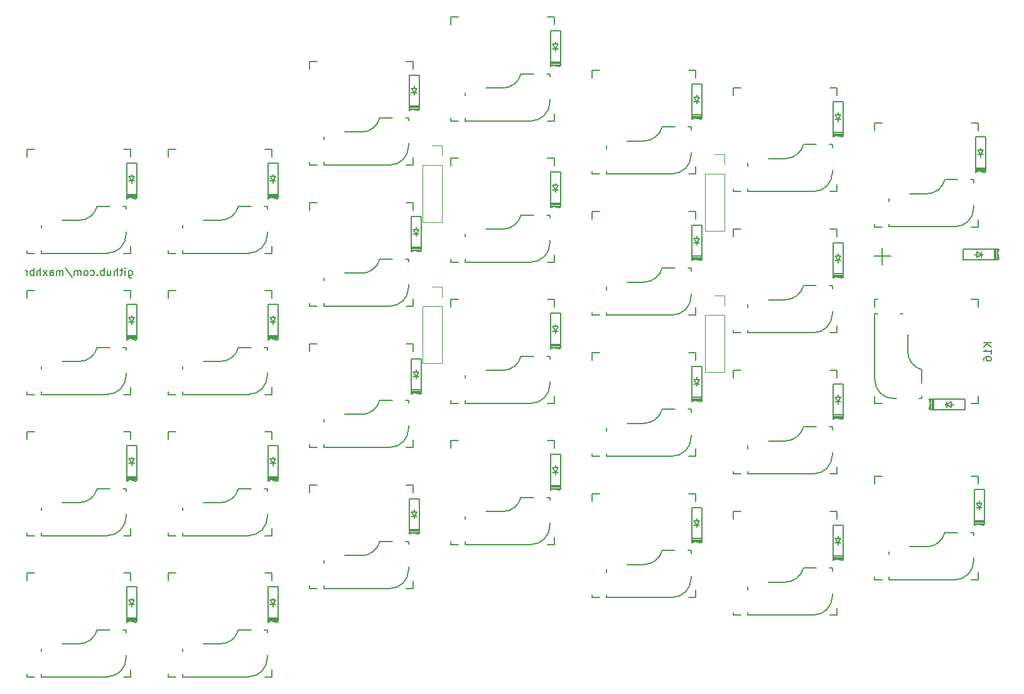
<source format=gbr>
%TF.GenerationSoftware,KiCad,Pcbnew,6.0.4*%
%TF.CreationDate,2022-05-08T18:53:29+02:00*%
%TF.ProjectId,mykeeb,6d796b65-6562-42e6-9b69-6361645f7063,rev?*%
%TF.SameCoordinates,Original*%
%TF.FileFunction,Legend,Bot*%
%TF.FilePolarity,Positive*%
%FSLAX46Y46*%
G04 Gerber Fmt 4.6, Leading zero omitted, Abs format (unit mm)*
G04 Created by KiCad (PCBNEW 6.0.4) date 2022-05-08 18:53:29*
%MOMM*%
%LPD*%
G01*
G04 APERTURE LIST*
%ADD10C,0.150000*%
%ADD11C,0.200000*%
%ADD12C,0.120000*%
G04 APERTURE END LIST*
D10*
X34098683Y-56935762D02*
X34098683Y-57745286D01*
X34146302Y-57840524D01*
X34193921Y-57888143D01*
X34289159Y-57935762D01*
X34432017Y-57935762D01*
X34527255Y-57888143D01*
X34098683Y-57554809D02*
X34193921Y-57602428D01*
X34384398Y-57602428D01*
X34479636Y-57554809D01*
X34527255Y-57507190D01*
X34574874Y-57411952D01*
X34574874Y-57126238D01*
X34527255Y-57031000D01*
X34479636Y-56983381D01*
X34384398Y-56935762D01*
X34193921Y-56935762D01*
X34098683Y-56983381D01*
X33622493Y-57602428D02*
X33622493Y-56935762D01*
X33622493Y-56602428D02*
X33670112Y-56650048D01*
X33622493Y-56697667D01*
X33574874Y-56650048D01*
X33622493Y-56602428D01*
X33622493Y-56697667D01*
X33289159Y-56935762D02*
X32908207Y-56935762D01*
X33146302Y-56602428D02*
X33146302Y-57459571D01*
X33098683Y-57554809D01*
X33003445Y-57602428D01*
X32908207Y-57602428D01*
X32574874Y-57602428D02*
X32574874Y-56602428D01*
X32146302Y-57602428D02*
X32146302Y-57078619D01*
X32193921Y-56983381D01*
X32289159Y-56935762D01*
X32432017Y-56935762D01*
X32527255Y-56983381D01*
X32574874Y-57031000D01*
X31241540Y-56935762D02*
X31241540Y-57602428D01*
X31670112Y-56935762D02*
X31670112Y-57459571D01*
X31622493Y-57554809D01*
X31527255Y-57602428D01*
X31384398Y-57602428D01*
X31289159Y-57554809D01*
X31241540Y-57507190D01*
X30765350Y-57602428D02*
X30765350Y-56602428D01*
X30765350Y-56983381D02*
X30670112Y-56935762D01*
X30479636Y-56935762D01*
X30384398Y-56983381D01*
X30336778Y-57031000D01*
X30289159Y-57126238D01*
X30289159Y-57411952D01*
X30336778Y-57507190D01*
X30384398Y-57554809D01*
X30479636Y-57602428D01*
X30670112Y-57602428D01*
X30765350Y-57554809D01*
X29860588Y-57507190D02*
X29812969Y-57554809D01*
X29860588Y-57602428D01*
X29908207Y-57554809D01*
X29860588Y-57507190D01*
X29860588Y-57602428D01*
X28955826Y-57554809D02*
X29051064Y-57602428D01*
X29241540Y-57602428D01*
X29336778Y-57554809D01*
X29384398Y-57507190D01*
X29432017Y-57411952D01*
X29432017Y-57126238D01*
X29384398Y-57031000D01*
X29336778Y-56983381D01*
X29241540Y-56935762D01*
X29051064Y-56935762D01*
X28955826Y-56983381D01*
X28384398Y-57602428D02*
X28479636Y-57554809D01*
X28527255Y-57507190D01*
X28574874Y-57411952D01*
X28574874Y-57126238D01*
X28527255Y-57031000D01*
X28479636Y-56983381D01*
X28384398Y-56935762D01*
X28241540Y-56935762D01*
X28146302Y-56983381D01*
X28098683Y-57031000D01*
X28051064Y-57126238D01*
X28051064Y-57411952D01*
X28098683Y-57507190D01*
X28146302Y-57554809D01*
X28241540Y-57602428D01*
X28384398Y-57602428D01*
X27622493Y-57602428D02*
X27622493Y-56935762D01*
X27622493Y-57031000D02*
X27574874Y-56983381D01*
X27479636Y-56935762D01*
X27336778Y-56935762D01*
X27241540Y-56983381D01*
X27193921Y-57078619D01*
X27193921Y-57602428D01*
X27193921Y-57078619D02*
X27146302Y-56983381D01*
X27051064Y-56935762D01*
X26908207Y-56935762D01*
X26812969Y-56983381D01*
X26765350Y-57078619D01*
X26765350Y-57602428D01*
X25574874Y-56554809D02*
X26432017Y-57840524D01*
X25241540Y-57602428D02*
X25241540Y-56935762D01*
X25241540Y-57031000D02*
X25193921Y-56983381D01*
X25098683Y-56935762D01*
X24955826Y-56935762D01*
X24860588Y-56983381D01*
X24812969Y-57078619D01*
X24812969Y-57602428D01*
X24812969Y-57078619D02*
X24765350Y-56983381D01*
X24670112Y-56935762D01*
X24527255Y-56935762D01*
X24432017Y-56983381D01*
X24384398Y-57078619D01*
X24384398Y-57602428D01*
X23479636Y-57602428D02*
X23479636Y-57078619D01*
X23527255Y-56983381D01*
X23622493Y-56935762D01*
X23812969Y-56935762D01*
X23908207Y-56983381D01*
X23479636Y-57554809D02*
X23574874Y-57602428D01*
X23812969Y-57602428D01*
X23908207Y-57554809D01*
X23955826Y-57459571D01*
X23955826Y-57364333D01*
X23908207Y-57269095D01*
X23812969Y-57221476D01*
X23574874Y-57221476D01*
X23479636Y-57173857D01*
X23098683Y-57602428D02*
X22574874Y-56935762D01*
X23098683Y-56935762D02*
X22574874Y-57602428D01*
X22193921Y-57602428D02*
X22193921Y-56602428D01*
X21765350Y-57602428D02*
X21765350Y-57078619D01*
X21812969Y-56983381D01*
X21908207Y-56935762D01*
X22051064Y-56935762D01*
X22146302Y-56983381D01*
X22193921Y-57031000D01*
X21289159Y-57602428D02*
X21289159Y-56602428D01*
X21289159Y-56983381D02*
X21193921Y-56935762D01*
X21003445Y-56935762D01*
X20908207Y-56983381D01*
X20860588Y-57031000D01*
X20812969Y-57126238D01*
X20812969Y-57411952D01*
X20860588Y-57507190D01*
X20908207Y-57554809D01*
X21003445Y-57602428D01*
X21193921Y-57602428D01*
X21289159Y-57554809D01*
X20384398Y-57602428D02*
X20384398Y-56935762D01*
X20384398Y-57126238D02*
X20336778Y-57031000D01*
X20289159Y-56983381D01*
X20193921Y-56935762D01*
X20098683Y-56935762D01*
X136874221Y-54983081D02*
X134588506Y-54983081D01*
X135731364Y-56125938D02*
X135731364Y-53840224D01*
%TO.C,K16*%
X150391755Y-66651339D02*
X149391755Y-66651339D01*
X150391755Y-67222767D02*
X149820327Y-66794196D01*
X149391755Y-67222767D02*
X149963184Y-66651339D01*
X150391755Y-68175148D02*
X150391755Y-67603720D01*
X150391755Y-67889434D02*
X149391755Y-67889434D01*
X149534613Y-67794196D01*
X149629851Y-67698958D01*
X149677470Y-67603720D01*
X149391755Y-69032291D02*
X149391755Y-68841815D01*
X149439375Y-68746577D01*
X149486994Y-68698958D01*
X149629851Y-68603720D01*
X149820327Y-68556101D01*
X150201279Y-68556101D01*
X150296517Y-68603720D01*
X150344136Y-68651339D01*
X150391755Y-68746577D01*
X150391755Y-68937053D01*
X150344136Y-69032291D01*
X150296517Y-69079910D01*
X150201279Y-69127529D01*
X149963184Y-69127529D01*
X149867946Y-69079910D01*
X149820327Y-69032291D01*
X149772708Y-68937053D01*
X149772708Y-68746577D01*
X149820327Y-68651339D01*
X149867946Y-68603720D01*
X149963184Y-68556101D01*
%TO.C,K26*%
X148034375Y-92694125D02*
X148034375Y-92313125D01*
X148034375Y-92313125D02*
X147653375Y-92313125D01*
X135684375Y-98678125D02*
X134684375Y-98678125D01*
X134684375Y-98678125D02*
X134684375Y-98282125D01*
X145875375Y-92313125D02*
X144224375Y-92313125D01*
X134684375Y-84678125D02*
X135684375Y-84678125D01*
X136604375Y-98663125D02*
X145494375Y-98663125D01*
X141684375Y-94218125D02*
X139398375Y-94218125D01*
X147684375Y-84678125D02*
X148684375Y-84678125D01*
X136604375Y-98282125D02*
X136604375Y-98663125D01*
X148684375Y-98678125D02*
X147684375Y-98678125D01*
X148684375Y-97678125D02*
X148684375Y-98678125D01*
X136604375Y-94853125D02*
X136604375Y-95234125D01*
X148684375Y-84678125D02*
X148684375Y-85678125D01*
X134684375Y-85678125D02*
X134684375Y-84678125D01*
X148034375Y-96123125D02*
X148034375Y-95742125D01*
X141684375Y-94218125D02*
G75*
G03*
X144148537Y-92294165I0J2540000D01*
G01*
X145494375Y-98663125D02*
G75*
G03*
X148034375Y-96123125I0J2540000D01*
G01*
D11*
%TO.C,D33*%
X92378125Y-85953625D02*
X90978125Y-85953625D01*
X91424125Y-86353625D02*
X90978125Y-86553625D01*
X92028125Y-84153625D02*
X91278125Y-84153625D01*
X91678125Y-83553625D02*
X91678125Y-83253625D01*
X92186125Y-86553625D02*
X92378125Y-86407625D01*
X90978125Y-86553625D02*
X90978125Y-81753625D01*
X92028125Y-83553625D02*
X91278125Y-83553625D01*
X92186125Y-86553625D02*
X91424125Y-86353625D01*
X91278125Y-83553625D02*
X91678125Y-84153625D01*
X92378125Y-86153625D02*
X90978125Y-86153625D01*
X92378125Y-86407625D02*
X92378125Y-81753625D01*
X92378125Y-81753625D02*
X90978125Y-81753625D01*
X91678125Y-84153625D02*
X91678125Y-84453625D01*
X92378125Y-86353625D02*
X90978125Y-86353625D01*
X91678125Y-84153625D02*
X92028125Y-83553625D01*
D10*
%TO.C,K14*%
X98504375Y-62563375D02*
X98504375Y-62944375D01*
X109934375Y-56975375D02*
X109934375Y-56594375D01*
X107775375Y-56594375D02*
X106124375Y-56594375D01*
X98504375Y-62944375D02*
X107394375Y-62944375D01*
X98504375Y-59134375D02*
X98504375Y-59515375D01*
X110584375Y-61959375D02*
X110584375Y-62959375D01*
X109934375Y-56594375D02*
X109553375Y-56594375D01*
X96584375Y-62959375D02*
X96584375Y-62563375D01*
X109934375Y-60404375D02*
X109934375Y-60023375D01*
X97584375Y-62959375D02*
X96584375Y-62959375D01*
X103584375Y-58499375D02*
X101298375Y-58499375D01*
X96584375Y-49959375D02*
X96584375Y-48959375D01*
X109584375Y-48959375D02*
X110584375Y-48959375D01*
X96584375Y-48959375D02*
X97584375Y-48959375D01*
X110584375Y-48959375D02*
X110584375Y-49959375D01*
X110584375Y-62959375D02*
X109584375Y-62959375D01*
X103584375Y-58499375D02*
G75*
G03*
X106048537Y-56575415I0J2540000D01*
G01*
X107394375Y-62944375D02*
G75*
G03*
X109934375Y-60404375I0J2540000D01*
G01*
%TO.C,K12*%
X71834375Y-55403750D02*
X71453375Y-55403750D01*
X69675375Y-55403750D02*
X68024375Y-55403750D01*
X59484375Y-61768750D02*
X58484375Y-61768750D01*
X58484375Y-48768750D02*
X58484375Y-47768750D01*
X71834375Y-59213750D02*
X71834375Y-58832750D01*
X71484375Y-47768750D02*
X72484375Y-47768750D01*
X72484375Y-47768750D02*
X72484375Y-48768750D01*
X60404375Y-61372750D02*
X60404375Y-61753750D01*
X60404375Y-57943750D02*
X60404375Y-58324750D01*
X72484375Y-60768750D02*
X72484375Y-61768750D01*
X60404375Y-61753750D02*
X69294375Y-61753750D01*
X65484375Y-57308750D02*
X63198375Y-57308750D01*
X58484375Y-47768750D02*
X59484375Y-47768750D01*
X58484375Y-61768750D02*
X58484375Y-61372750D01*
X71834375Y-55784750D02*
X71834375Y-55403750D01*
X72484375Y-61768750D02*
X71484375Y-61768750D01*
X69294375Y-61753750D02*
G75*
G03*
X71834375Y-59213750I0J2540000D01*
G01*
X65484375Y-57308750D02*
G75*
G03*
X67948537Y-55384790I0J2540000D01*
G01*
D11*
%TO.C,D32*%
X72374125Y-92306750D02*
X71928125Y-92506750D01*
X72628125Y-89506750D02*
X72628125Y-89206750D01*
X73328125Y-92106750D02*
X71928125Y-92106750D01*
X72978125Y-90106750D02*
X72228125Y-90106750D01*
X73136125Y-92506750D02*
X72374125Y-92306750D01*
X71928125Y-92506750D02*
X71928125Y-87706750D01*
X73328125Y-87706750D02*
X71928125Y-87706750D01*
X72228125Y-89506750D02*
X72628125Y-90106750D01*
X73136125Y-92506750D02*
X73328125Y-92360750D01*
X72978125Y-89506750D02*
X72228125Y-89506750D01*
X73328125Y-91906750D02*
X71928125Y-91906750D01*
X72628125Y-90106750D02*
X72978125Y-89506750D01*
X73328125Y-92306750D02*
X71928125Y-92306750D01*
X72628125Y-90106750D02*
X72628125Y-90406750D01*
X73328125Y-92360750D02*
X73328125Y-87706750D01*
D10*
%TO.C,K22*%
X60404375Y-80422750D02*
X60404375Y-80803750D01*
X58484375Y-66818750D02*
X59484375Y-66818750D01*
X71834375Y-78263750D02*
X71834375Y-77882750D01*
X60404375Y-76993750D02*
X60404375Y-77374750D01*
X71834375Y-74453750D02*
X71453375Y-74453750D01*
X71484375Y-66818750D02*
X72484375Y-66818750D01*
X60404375Y-80803750D02*
X69294375Y-80803750D01*
X59484375Y-80818750D02*
X58484375Y-80818750D01*
X65484375Y-76358750D02*
X63198375Y-76358750D01*
X69675375Y-74453750D02*
X68024375Y-74453750D01*
X72484375Y-80818750D02*
X71484375Y-80818750D01*
X72484375Y-79818750D02*
X72484375Y-80818750D01*
X72484375Y-66818750D02*
X72484375Y-67818750D01*
X58484375Y-80818750D02*
X58484375Y-80422750D01*
X71834375Y-74834750D02*
X71834375Y-74453750D01*
X58484375Y-67818750D02*
X58484375Y-66818750D01*
X69294375Y-80803750D02*
G75*
G03*
X71834375Y-78263750I0J2540000D01*
G01*
X65484375Y-76358750D02*
G75*
G03*
X67948537Y-74434790I0J2540000D01*
G01*
D11*
%TO.C,D10*%
X34878125Y-63913000D02*
X34128125Y-63913000D01*
X35036125Y-66313000D02*
X35228125Y-66167000D01*
X34128125Y-63313000D02*
X34528125Y-63913000D01*
X35228125Y-65713000D02*
X33828125Y-65713000D01*
X35228125Y-61513000D02*
X33828125Y-61513000D01*
X35228125Y-65913000D02*
X33828125Y-65913000D01*
X34528125Y-63313000D02*
X34528125Y-63013000D01*
X34528125Y-63913000D02*
X34528125Y-64213000D01*
X35228125Y-66167000D02*
X35228125Y-61513000D01*
X34528125Y-63913000D02*
X34878125Y-63313000D01*
X35228125Y-66113000D02*
X33828125Y-66113000D01*
X34878125Y-63313000D02*
X34128125Y-63313000D01*
X34274125Y-66113000D02*
X33828125Y-66313000D01*
X35036125Y-66313000D02*
X34274125Y-66113000D01*
X33828125Y-66313000D02*
X33828125Y-61513000D01*
%TO.C,D2*%
X72628125Y-32956750D02*
X72978125Y-32356750D01*
X72628125Y-32356750D02*
X72628125Y-32056750D01*
X73328125Y-30556750D02*
X71928125Y-30556750D01*
X72228125Y-32356750D02*
X72628125Y-32956750D01*
X71928125Y-35356750D02*
X71928125Y-30556750D01*
X73328125Y-35156750D02*
X71928125Y-35156750D01*
X72374125Y-35156750D02*
X71928125Y-35356750D01*
X73328125Y-34956750D02*
X71928125Y-34956750D01*
X73136125Y-35356750D02*
X72374125Y-35156750D01*
X72628125Y-32956750D02*
X72628125Y-33256750D01*
X73328125Y-35210750D02*
X73328125Y-30556750D01*
X72978125Y-32956750D02*
X72228125Y-32956750D01*
X73136125Y-35356750D02*
X73328125Y-35210750D01*
X72978125Y-32356750D02*
X72228125Y-32356750D01*
X73328125Y-34756750D02*
X71928125Y-34756750D01*
D10*
%TO.C,K30*%
X21384375Y-111775000D02*
X20384375Y-111775000D01*
X34384375Y-111775000D02*
X33384375Y-111775000D01*
X22304375Y-111379000D02*
X22304375Y-111760000D01*
X34384375Y-110775000D02*
X34384375Y-111775000D01*
X31575375Y-105410000D02*
X29924375Y-105410000D01*
X33734375Y-109220000D02*
X33734375Y-108839000D01*
X22304375Y-111760000D02*
X31194375Y-111760000D01*
X27384375Y-107315000D02*
X25098375Y-107315000D01*
X33734375Y-105791000D02*
X33734375Y-105410000D01*
X20384375Y-98775000D02*
X20384375Y-97775000D01*
X34384375Y-97775000D02*
X34384375Y-98775000D01*
X33734375Y-105410000D02*
X33353375Y-105410000D01*
X20384375Y-111775000D02*
X20384375Y-111379000D01*
X22304375Y-107950000D02*
X22304375Y-108331000D01*
X20384375Y-97775000D02*
X21384375Y-97775000D01*
X33384375Y-97775000D02*
X34384375Y-97775000D01*
X31194375Y-111760000D02*
G75*
G03*
X33734375Y-109220000I0J2540000D01*
G01*
X27384375Y-107315000D02*
G75*
G03*
X29848537Y-105391040I0J2540000D01*
G01*
D11*
%TO.C,D14*%
X111078125Y-53197375D02*
X110328125Y-53197375D01*
X110728125Y-53197375D02*
X110728125Y-53497375D01*
X110328125Y-52597375D02*
X110728125Y-53197375D01*
X110474125Y-55397375D02*
X110028125Y-55597375D01*
X111236125Y-55597375D02*
X110474125Y-55397375D01*
X111236125Y-55597375D02*
X111428125Y-55451375D01*
X111078125Y-52597375D02*
X110328125Y-52597375D01*
X110728125Y-53197375D02*
X111078125Y-52597375D01*
X111428125Y-50797375D02*
X110028125Y-50797375D01*
X111428125Y-54997375D02*
X110028125Y-54997375D01*
X111428125Y-55451375D02*
X111428125Y-50797375D01*
X110028125Y-55597375D02*
X110028125Y-50797375D01*
X111428125Y-55197375D02*
X110028125Y-55197375D01*
X110728125Y-52597375D02*
X110728125Y-52297375D01*
X111428125Y-55397375D02*
X110028125Y-55397375D01*
%TO.C,D5*%
X130478125Y-38528625D02*
X129078125Y-38528625D01*
X129778125Y-36528625D02*
X129778125Y-36828625D01*
X129078125Y-38928625D02*
X129078125Y-34128625D01*
X130478125Y-38328625D02*
X129078125Y-38328625D01*
X129378125Y-35928625D02*
X129778125Y-36528625D01*
X129778125Y-35928625D02*
X129778125Y-35628625D01*
X130478125Y-38728625D02*
X129078125Y-38728625D01*
X130286125Y-38928625D02*
X130478125Y-38782625D01*
X130128125Y-35928625D02*
X129378125Y-35928625D01*
X130478125Y-38782625D02*
X130478125Y-34128625D01*
X129778125Y-36528625D02*
X130128125Y-35928625D01*
X130478125Y-34128625D02*
X129078125Y-34128625D01*
X129524125Y-38728625D02*
X129078125Y-38928625D01*
X130286125Y-38928625D02*
X129524125Y-38728625D01*
X130128125Y-36528625D02*
X129378125Y-36528625D01*
%TO.C,D15*%
X130478125Y-57578625D02*
X129078125Y-57578625D01*
X129778125Y-54978625D02*
X129778125Y-54678625D01*
X129524125Y-57778625D02*
X129078125Y-57978625D01*
X130128125Y-54978625D02*
X129378125Y-54978625D01*
X129778125Y-55578625D02*
X129778125Y-55878625D01*
X130478125Y-57778625D02*
X129078125Y-57778625D01*
X129378125Y-54978625D02*
X129778125Y-55578625D01*
X130128125Y-55578625D02*
X129378125Y-55578625D01*
X130286125Y-57978625D02*
X130478125Y-57832625D01*
X130478125Y-57378625D02*
X129078125Y-57378625D01*
X130286125Y-57978625D02*
X129524125Y-57778625D01*
X130478125Y-57832625D02*
X130478125Y-53178625D01*
X129778125Y-55578625D02*
X130128125Y-54978625D01*
X130478125Y-53178625D02*
X129078125Y-53178625D01*
X129078125Y-57978625D02*
X129078125Y-53178625D01*
%TO.C,D36*%
X148444712Y-54778755D02*
X148144712Y-54778755D01*
X151244712Y-54524755D02*
X151444712Y-54078755D01*
X151444712Y-55286755D02*
X151298712Y-55478755D01*
X151444712Y-54078755D02*
X146644712Y-54078755D01*
X146644712Y-55478755D02*
X146644712Y-54078755D01*
X148444712Y-55128755D02*
X148444712Y-54378755D01*
X151444712Y-55286755D02*
X151244712Y-54524755D01*
X151298712Y-55478755D02*
X146644712Y-55478755D01*
X148444712Y-54378755D02*
X149044712Y-54778755D01*
X149044712Y-55128755D02*
X149044712Y-54378755D01*
X149044712Y-54778755D02*
X148444712Y-55128755D01*
X151244712Y-55478755D02*
X151244712Y-54078755D01*
X150844712Y-55478755D02*
X150844712Y-54078755D01*
X151044712Y-55478755D02*
X151044712Y-54078755D01*
X149044712Y-54778755D02*
X149344712Y-54778755D01*
%TO.C,D11*%
X52878125Y-66313000D02*
X52878125Y-61513000D01*
X53928125Y-63913000D02*
X53178125Y-63913000D01*
X53578125Y-63913000D02*
X53928125Y-63313000D01*
X53578125Y-63313000D02*
X53578125Y-63013000D01*
X54086125Y-66313000D02*
X53324125Y-66113000D01*
X53928125Y-63313000D02*
X53178125Y-63313000D01*
X54278125Y-65913000D02*
X52878125Y-65913000D01*
X54278125Y-65713000D02*
X52878125Y-65713000D01*
X54278125Y-61513000D02*
X52878125Y-61513000D01*
X54086125Y-66313000D02*
X54278125Y-66167000D01*
X54278125Y-66167000D02*
X54278125Y-61513000D01*
X53578125Y-63913000D02*
X53578125Y-64213000D01*
X53178125Y-63313000D02*
X53578125Y-63913000D01*
X53324125Y-66113000D02*
X52878125Y-66313000D01*
X54278125Y-66113000D02*
X52878125Y-66113000D01*
D10*
%TO.C,K31*%
X52784375Y-105410000D02*
X52403375Y-105410000D01*
X52784375Y-105791000D02*
X52784375Y-105410000D01*
X53434375Y-110775000D02*
X53434375Y-111775000D01*
X41354375Y-111379000D02*
X41354375Y-111760000D01*
X39434375Y-111775000D02*
X39434375Y-111379000D01*
X46434375Y-107315000D02*
X44148375Y-107315000D01*
X53434375Y-111775000D02*
X52434375Y-111775000D01*
X41354375Y-107950000D02*
X41354375Y-108331000D01*
X50625375Y-105410000D02*
X48974375Y-105410000D01*
X40434375Y-111775000D02*
X39434375Y-111775000D01*
X52784375Y-109220000D02*
X52784375Y-108839000D01*
X52434375Y-97775000D02*
X53434375Y-97775000D01*
X39434375Y-97775000D02*
X40434375Y-97775000D01*
X53434375Y-97775000D02*
X53434375Y-98775000D01*
X39434375Y-98775000D02*
X39434375Y-97775000D01*
X41354375Y-111760000D02*
X50244375Y-111760000D01*
X50244375Y-111760000D02*
G75*
G03*
X52784375Y-109220000I0J2540000D01*
G01*
X46434375Y-107315000D02*
G75*
G03*
X48898537Y-105391040I0J2540000D01*
G01*
D11*
%TO.C,D16*%
X145046375Y-74609375D02*
X144446375Y-75009375D01*
X142646375Y-75709375D02*
X142646375Y-74309375D01*
X142246375Y-74755375D02*
X142046375Y-74309375D01*
X144446375Y-75359375D02*
X144446375Y-74609375D01*
X145046375Y-75359375D02*
X145046375Y-74609375D01*
X142046375Y-74309375D02*
X146846375Y-74309375D01*
X142046375Y-75517375D02*
X142192375Y-75709375D01*
X146846375Y-75709375D02*
X146846375Y-74309375D01*
X142046375Y-75517375D02*
X142246375Y-74755375D01*
X142446375Y-75709375D02*
X142446375Y-74309375D01*
X144446375Y-75009375D02*
X144146375Y-75009375D01*
X142246375Y-75709375D02*
X142246375Y-74309375D01*
X142192375Y-75709375D02*
X146846375Y-75709375D01*
X144446375Y-75009375D02*
X145046375Y-75359375D01*
X145046375Y-75009375D02*
X145346375Y-75009375D01*
D10*
%TO.C,K20*%
X33734375Y-86741000D02*
X33734375Y-86360000D01*
X27384375Y-88265000D02*
X25098375Y-88265000D01*
X31575375Y-86360000D02*
X29924375Y-86360000D01*
X20384375Y-92725000D02*
X20384375Y-92329000D01*
X22304375Y-88900000D02*
X22304375Y-89281000D01*
X20384375Y-79725000D02*
X20384375Y-78725000D01*
X34384375Y-92725000D02*
X33384375Y-92725000D01*
X33384375Y-78725000D02*
X34384375Y-78725000D01*
X20384375Y-78725000D02*
X21384375Y-78725000D01*
X22304375Y-92329000D02*
X22304375Y-92710000D01*
X34384375Y-78725000D02*
X34384375Y-79725000D01*
X33734375Y-86360000D02*
X33353375Y-86360000D01*
X33734375Y-90170000D02*
X33734375Y-89789000D01*
X21384375Y-92725000D02*
X20384375Y-92725000D01*
X34384375Y-91725000D02*
X34384375Y-92725000D01*
X22304375Y-92710000D02*
X31194375Y-92710000D01*
X31194375Y-92710000D02*
G75*
G03*
X33734375Y-90170000I0J2540000D01*
G01*
X27384375Y-88265000D02*
G75*
G03*
X29848537Y-86341040I0J2540000D01*
G01*
D11*
%TO.C,D30*%
X34528125Y-101413000D02*
X34528125Y-101113000D01*
X33828125Y-104413000D02*
X33828125Y-99613000D01*
X35228125Y-99613000D02*
X33828125Y-99613000D01*
X34528125Y-102013000D02*
X34528125Y-102313000D01*
X35036125Y-104413000D02*
X34274125Y-104213000D01*
X35228125Y-103813000D02*
X33828125Y-103813000D01*
X35228125Y-104213000D02*
X33828125Y-104213000D01*
X34878125Y-102013000D02*
X34128125Y-102013000D01*
X34528125Y-102013000D02*
X34878125Y-101413000D01*
X34274125Y-104213000D02*
X33828125Y-104413000D01*
X34878125Y-101413000D02*
X34128125Y-101413000D01*
X34128125Y-101413000D02*
X34528125Y-102013000D01*
X35228125Y-104267000D02*
X35228125Y-99613000D01*
X35228125Y-104013000D02*
X33828125Y-104013000D01*
X35036125Y-104413000D02*
X35228125Y-104267000D01*
%TO.C,D25*%
X130286125Y-77028625D02*
X129524125Y-76828625D01*
X129378125Y-74028625D02*
X129778125Y-74628625D01*
X129778125Y-74028625D02*
X129778125Y-73728625D01*
X130478125Y-72228625D02*
X129078125Y-72228625D01*
X130478125Y-76882625D02*
X130478125Y-72228625D01*
X129778125Y-74628625D02*
X130128125Y-74028625D01*
X129778125Y-74628625D02*
X129778125Y-74928625D01*
X129524125Y-76828625D02*
X129078125Y-77028625D01*
X130478125Y-76428625D02*
X129078125Y-76428625D01*
X130286125Y-77028625D02*
X130478125Y-76882625D01*
X129078125Y-77028625D02*
X129078125Y-72228625D01*
X130128125Y-74628625D02*
X129378125Y-74628625D01*
X130478125Y-76628625D02*
X129078125Y-76628625D01*
X130478125Y-76828625D02*
X129078125Y-76828625D01*
X130128125Y-74028625D02*
X129378125Y-74028625D01*
%TO.C,D0*%
X34274125Y-47063000D02*
X33828125Y-47263000D01*
X33828125Y-47263000D02*
X33828125Y-42463000D01*
X34128125Y-44263000D02*
X34528125Y-44863000D01*
X34528125Y-44863000D02*
X34878125Y-44263000D01*
X35036125Y-47263000D02*
X35228125Y-47117000D01*
X35036125Y-47263000D02*
X34274125Y-47063000D01*
X35228125Y-42463000D02*
X33828125Y-42463000D01*
X34528125Y-44863000D02*
X34528125Y-45163000D01*
X35228125Y-47117000D02*
X35228125Y-42463000D01*
X35228125Y-46863000D02*
X33828125Y-46863000D01*
X34878125Y-44263000D02*
X34128125Y-44263000D01*
X34878125Y-44863000D02*
X34128125Y-44863000D01*
X35228125Y-46663000D02*
X33828125Y-46663000D01*
X35228125Y-47063000D02*
X33828125Y-47063000D01*
X34528125Y-44263000D02*
X34528125Y-43963000D01*
%TO.C,D4*%
X110728125Y-34147375D02*
X110728125Y-34447375D01*
X110728125Y-34147375D02*
X111078125Y-33547375D01*
X111078125Y-33547375D02*
X110328125Y-33547375D01*
X110328125Y-33547375D02*
X110728125Y-34147375D01*
X110028125Y-36547375D02*
X110028125Y-31747375D01*
X111428125Y-36147375D02*
X110028125Y-36147375D01*
X111078125Y-34147375D02*
X110328125Y-34147375D01*
X110728125Y-33547375D02*
X110728125Y-33247375D01*
X111236125Y-36547375D02*
X110474125Y-36347375D01*
X111428125Y-31747375D02*
X110028125Y-31747375D01*
X111236125Y-36547375D02*
X111428125Y-36401375D01*
X111428125Y-36347375D02*
X110028125Y-36347375D01*
X110474125Y-36347375D02*
X110028125Y-36547375D01*
X111428125Y-36401375D02*
X111428125Y-31747375D01*
X111428125Y-35947375D02*
X110028125Y-35947375D01*
D10*
%TO.C,K11*%
X53434375Y-73675000D02*
X52434375Y-73675000D01*
X52784375Y-71120000D02*
X52784375Y-70739000D01*
X53434375Y-72675000D02*
X53434375Y-73675000D01*
X52434375Y-59675000D02*
X53434375Y-59675000D01*
X41354375Y-69850000D02*
X41354375Y-70231000D01*
X52784375Y-67310000D02*
X52403375Y-67310000D01*
X53434375Y-59675000D02*
X53434375Y-60675000D01*
X41354375Y-73660000D02*
X50244375Y-73660000D01*
X39434375Y-60675000D02*
X39434375Y-59675000D01*
X46434375Y-69215000D02*
X44148375Y-69215000D01*
X39434375Y-73675000D02*
X39434375Y-73279000D01*
X39434375Y-59675000D02*
X40434375Y-59675000D01*
X50625375Y-67310000D02*
X48974375Y-67310000D01*
X52784375Y-67691000D02*
X52784375Y-67310000D01*
X41354375Y-73279000D02*
X41354375Y-73660000D01*
X40434375Y-73675000D02*
X39434375Y-73675000D01*
X46434375Y-69215000D02*
G75*
G03*
X48898537Y-67291040I0J2540000D01*
G01*
X50244375Y-73660000D02*
G75*
G03*
X52784375Y-71120000I0J2540000D01*
G01*
%TO.C,K4*%
X103584375Y-39449375D02*
X101298375Y-39449375D01*
X98504375Y-43894375D02*
X107394375Y-43894375D01*
X109934375Y-37925375D02*
X109934375Y-37544375D01*
X110584375Y-42909375D02*
X110584375Y-43909375D01*
X98504375Y-40084375D02*
X98504375Y-40465375D01*
X109934375Y-37544375D02*
X109553375Y-37544375D01*
X96584375Y-43909375D02*
X96584375Y-43513375D01*
X109584375Y-29909375D02*
X110584375Y-29909375D01*
X98504375Y-43513375D02*
X98504375Y-43894375D01*
X110584375Y-29909375D02*
X110584375Y-30909375D01*
X109934375Y-41354375D02*
X109934375Y-40973375D01*
X96584375Y-29909375D02*
X97584375Y-29909375D01*
X107775375Y-37544375D02*
X106124375Y-37544375D01*
X96584375Y-30909375D02*
X96584375Y-29909375D01*
X110584375Y-43909375D02*
X109584375Y-43909375D01*
X97584375Y-43909375D02*
X96584375Y-43909375D01*
X103584375Y-39449375D02*
G75*
G03*
X106048537Y-37525415I0J2540000D01*
G01*
X107394375Y-43894375D02*
G75*
G03*
X109934375Y-41354375I0J2540000D01*
G01*
D11*
%TO.C,D31*%
X53578125Y-102013000D02*
X53928125Y-101413000D01*
X53578125Y-101413000D02*
X53578125Y-101113000D01*
X54278125Y-103813000D02*
X52878125Y-103813000D01*
X53324125Y-104213000D02*
X52878125Y-104413000D01*
X54278125Y-99613000D02*
X52878125Y-99613000D01*
X54086125Y-104413000D02*
X54278125Y-104267000D01*
X53178125Y-101413000D02*
X53578125Y-102013000D01*
X52878125Y-104413000D02*
X52878125Y-99613000D01*
X53928125Y-102013000D02*
X53178125Y-102013000D01*
X54278125Y-104213000D02*
X52878125Y-104213000D01*
X54278125Y-104013000D02*
X52878125Y-104013000D01*
X54086125Y-104413000D02*
X53324125Y-104213000D01*
X53928125Y-101413000D02*
X53178125Y-101413000D01*
X53578125Y-102013000D02*
X53578125Y-102313000D01*
X54278125Y-104267000D02*
X54278125Y-99613000D01*
D10*
%TO.C,K10*%
X22304375Y-73279000D02*
X22304375Y-73660000D01*
X22304375Y-73660000D02*
X31194375Y-73660000D01*
X20384375Y-59675000D02*
X21384375Y-59675000D01*
X34384375Y-59675000D02*
X34384375Y-60675000D01*
X33734375Y-71120000D02*
X33734375Y-70739000D01*
X34384375Y-72675000D02*
X34384375Y-73675000D01*
X33734375Y-67691000D02*
X33734375Y-67310000D01*
X20384375Y-73675000D02*
X20384375Y-73279000D01*
X33734375Y-67310000D02*
X33353375Y-67310000D01*
X20384375Y-60675000D02*
X20384375Y-59675000D01*
X31575375Y-67310000D02*
X29924375Y-67310000D01*
X27384375Y-69215000D02*
X25098375Y-69215000D01*
X33384375Y-59675000D02*
X34384375Y-59675000D01*
X22304375Y-69850000D02*
X22304375Y-70231000D01*
X21384375Y-73675000D02*
X20384375Y-73675000D01*
X34384375Y-73675000D02*
X33384375Y-73675000D01*
X27384375Y-69215000D02*
G75*
G03*
X29848537Y-67291040I0J2540000D01*
G01*
X31194375Y-73660000D02*
G75*
G03*
X33734375Y-71120000I0J2540000D01*
G01*
D11*
%TO.C,D3*%
X92378125Y-29203625D02*
X90978125Y-29203625D01*
X90978125Y-29403625D02*
X90978125Y-24603625D01*
X92378125Y-29003625D02*
X90978125Y-29003625D01*
X92378125Y-24603625D02*
X90978125Y-24603625D01*
X92186125Y-29403625D02*
X91424125Y-29203625D01*
X92186125Y-29403625D02*
X92378125Y-29257625D01*
X91678125Y-26403625D02*
X91678125Y-26103625D01*
X91678125Y-27003625D02*
X92028125Y-26403625D01*
X92378125Y-28803625D02*
X90978125Y-28803625D01*
X91424125Y-29203625D02*
X90978125Y-29403625D01*
X92028125Y-27003625D02*
X91278125Y-27003625D01*
X92378125Y-29257625D02*
X92378125Y-24603625D01*
X91678125Y-27003625D02*
X91678125Y-27303625D01*
X92028125Y-26403625D02*
X91278125Y-26403625D01*
X91278125Y-26403625D02*
X91678125Y-27003625D01*
%TO.C,D13*%
X92186125Y-48453625D02*
X92378125Y-48307625D01*
X91424125Y-48253625D02*
X90978125Y-48453625D01*
X92378125Y-47853625D02*
X90978125Y-47853625D01*
X90978125Y-48453625D02*
X90978125Y-43653625D01*
X92028125Y-45453625D02*
X91278125Y-45453625D01*
X91278125Y-45453625D02*
X91678125Y-46053625D01*
X92378125Y-48307625D02*
X92378125Y-43653625D01*
X91678125Y-46053625D02*
X91678125Y-46353625D01*
X92378125Y-48253625D02*
X90978125Y-48253625D01*
X92378125Y-48053625D02*
X90978125Y-48053625D01*
X92186125Y-48453625D02*
X91424125Y-48253625D01*
X92028125Y-46053625D02*
X91278125Y-46053625D01*
X91678125Y-45453625D02*
X91678125Y-45153625D01*
X92378125Y-43653625D02*
X90978125Y-43653625D01*
X91678125Y-46053625D02*
X92028125Y-45453625D01*
%TO.C,D20*%
X34878125Y-82363000D02*
X34128125Y-82363000D01*
X35228125Y-84963000D02*
X33828125Y-84963000D01*
X34128125Y-82363000D02*
X34528125Y-82963000D01*
X34528125Y-82363000D02*
X34528125Y-82063000D01*
X35036125Y-85363000D02*
X35228125Y-85217000D01*
X34274125Y-85163000D02*
X33828125Y-85363000D01*
X34878125Y-82963000D02*
X34128125Y-82963000D01*
X34528125Y-82963000D02*
X34878125Y-82363000D01*
X35228125Y-84763000D02*
X33828125Y-84763000D01*
X35228125Y-85217000D02*
X35228125Y-80563000D01*
X34528125Y-82963000D02*
X34528125Y-83263000D01*
X35036125Y-85363000D02*
X34274125Y-85163000D01*
X35228125Y-80563000D02*
X33828125Y-80563000D01*
X35228125Y-85163000D02*
X33828125Y-85163000D01*
X33828125Y-85363000D02*
X33828125Y-80563000D01*
D10*
%TO.C,K3*%
X78534375Y-36765625D02*
X77534375Y-36765625D01*
X77534375Y-23765625D02*
X77534375Y-22765625D01*
X77534375Y-22765625D02*
X78534375Y-22765625D01*
X79454375Y-32940625D02*
X79454375Y-33321625D01*
X77534375Y-36765625D02*
X77534375Y-36369625D01*
X79454375Y-36369625D02*
X79454375Y-36750625D01*
X90884375Y-30781625D02*
X90884375Y-30400625D01*
X88725375Y-30400625D02*
X87074375Y-30400625D01*
X90884375Y-30400625D02*
X90503375Y-30400625D01*
X79454375Y-36750625D02*
X88344375Y-36750625D01*
X84534375Y-32305625D02*
X82248375Y-32305625D01*
X90884375Y-34210625D02*
X90884375Y-33829625D01*
X91534375Y-36765625D02*
X90534375Y-36765625D01*
X91534375Y-22765625D02*
X91534375Y-23765625D01*
X90534375Y-22765625D02*
X91534375Y-22765625D01*
X91534375Y-35765625D02*
X91534375Y-36765625D01*
X84534375Y-32305625D02*
G75*
G03*
X86998537Y-30381665I0J2540000D01*
G01*
X88344375Y-36750625D02*
G75*
G03*
X90884375Y-34210625I0J2540000D01*
G01*
D11*
%TO.C,D23*%
X91678125Y-64503625D02*
X91678125Y-64203625D01*
X92028125Y-64503625D02*
X91278125Y-64503625D01*
X90978125Y-67503625D02*
X90978125Y-62703625D01*
X91678125Y-65103625D02*
X92028125Y-64503625D01*
X91278125Y-64503625D02*
X91678125Y-65103625D01*
X92378125Y-67357625D02*
X92378125Y-62703625D01*
X92378125Y-67103625D02*
X90978125Y-67103625D01*
X92378125Y-62703625D02*
X90978125Y-62703625D01*
X91424125Y-67303625D02*
X90978125Y-67503625D01*
X92186125Y-67503625D02*
X91424125Y-67303625D01*
X92186125Y-67503625D02*
X92378125Y-67357625D01*
X92378125Y-66903625D02*
X90978125Y-66903625D01*
X92028125Y-65103625D02*
X91278125Y-65103625D01*
X92378125Y-67303625D02*
X90978125Y-67303625D01*
X91678125Y-65103625D02*
X91678125Y-65403625D01*
D10*
%TO.C,K16*%
X148684375Y-74865625D02*
X147684375Y-74865625D01*
X134684375Y-74865625D02*
X134684375Y-73865625D01*
X137239375Y-74215625D02*
X137620375Y-74215625D01*
X148684375Y-73865625D02*
X148684375Y-74865625D01*
X134684375Y-61865625D02*
X134684375Y-60865625D01*
X141049375Y-74215625D02*
X141049375Y-73834625D01*
X141049375Y-72056625D02*
X141049375Y-70405625D01*
X147684375Y-60865625D02*
X148684375Y-60865625D01*
X140668375Y-74215625D02*
X141049375Y-74215625D01*
X135684375Y-74865625D02*
X134684375Y-74865625D01*
X139144375Y-67865625D02*
X139144375Y-65579625D01*
X134699375Y-62785625D02*
X134699375Y-71675625D01*
X134684375Y-60865625D02*
X135080375Y-60865625D01*
X138509375Y-62785625D02*
X138128375Y-62785625D01*
X135080375Y-62785625D02*
X134699375Y-62785625D01*
X148684375Y-60865625D02*
X148684375Y-61865625D01*
X134699375Y-71675625D02*
G75*
G03*
X137239375Y-74215625I2540000J0D01*
G01*
X139144375Y-67865625D02*
G75*
G03*
X141068335Y-70329787I2540000J0D01*
G01*
%TO.C,K35*%
X115634375Y-90440625D02*
X115634375Y-89440625D01*
X129634375Y-89440625D02*
X129634375Y-90440625D01*
X117554375Y-103044625D02*
X117554375Y-103425625D01*
X128984375Y-100885625D02*
X128984375Y-100504625D01*
X128984375Y-97075625D02*
X128603375Y-97075625D01*
X115634375Y-89440625D02*
X116634375Y-89440625D01*
X122634375Y-98980625D02*
X120348375Y-98980625D01*
X129634375Y-103440625D02*
X128634375Y-103440625D01*
X115634375Y-103440625D02*
X115634375Y-103044625D01*
X116634375Y-103440625D02*
X115634375Y-103440625D01*
X126825375Y-97075625D02*
X125174375Y-97075625D01*
X129634375Y-102440625D02*
X129634375Y-103440625D01*
X128634375Y-89440625D02*
X129634375Y-89440625D01*
X128984375Y-97456625D02*
X128984375Y-97075625D01*
X117554375Y-103425625D02*
X126444375Y-103425625D01*
X117554375Y-99615625D02*
X117554375Y-99996625D01*
X122634375Y-98980625D02*
G75*
G03*
X125098537Y-97056665I0J2540000D01*
G01*
X126444375Y-103425625D02*
G75*
G03*
X128984375Y-100885625I0J2540000D01*
G01*
%TO.C,K2*%
X60404375Y-42322750D02*
X60404375Y-42703750D01*
X58484375Y-42718750D02*
X58484375Y-42322750D01*
X69675375Y-36353750D02*
X68024375Y-36353750D01*
X72484375Y-28718750D02*
X72484375Y-29718750D01*
X58484375Y-29718750D02*
X58484375Y-28718750D01*
X60404375Y-42703750D02*
X69294375Y-42703750D01*
X71484375Y-28718750D02*
X72484375Y-28718750D01*
X58484375Y-28718750D02*
X59484375Y-28718750D01*
X60404375Y-38893750D02*
X60404375Y-39274750D01*
X59484375Y-42718750D02*
X58484375Y-42718750D01*
X72484375Y-42718750D02*
X71484375Y-42718750D01*
X71834375Y-36734750D02*
X71834375Y-36353750D01*
X65484375Y-38258750D02*
X63198375Y-38258750D01*
X72484375Y-41718750D02*
X72484375Y-42718750D01*
X71834375Y-40163750D02*
X71834375Y-39782750D01*
X71834375Y-36353750D02*
X71453375Y-36353750D01*
X65484375Y-38258750D02*
G75*
G03*
X67948537Y-36334790I0J2540000D01*
G01*
X69294375Y-42703750D02*
G75*
G03*
X71834375Y-40163750I0J2540000D01*
G01*
%TO.C,K32*%
X71484375Y-85868750D02*
X72484375Y-85868750D01*
X71834375Y-93884750D02*
X71834375Y-93503750D01*
X58484375Y-85868750D02*
X59484375Y-85868750D01*
X60404375Y-96043750D02*
X60404375Y-96424750D01*
X69675375Y-93503750D02*
X68024375Y-93503750D01*
X72484375Y-99868750D02*
X71484375Y-99868750D01*
X71834375Y-93503750D02*
X71453375Y-93503750D01*
X58484375Y-86868750D02*
X58484375Y-85868750D01*
X72484375Y-85868750D02*
X72484375Y-86868750D01*
X72484375Y-98868750D02*
X72484375Y-99868750D01*
X71834375Y-97313750D02*
X71834375Y-96932750D01*
X60404375Y-99853750D02*
X69294375Y-99853750D01*
X59484375Y-99868750D02*
X58484375Y-99868750D01*
X60404375Y-99472750D02*
X60404375Y-99853750D01*
X58484375Y-99868750D02*
X58484375Y-99472750D01*
X65484375Y-95408750D02*
X63198375Y-95408750D01*
X69294375Y-99853750D02*
G75*
G03*
X71834375Y-97313750I0J2540000D01*
G01*
X65484375Y-95408750D02*
G75*
G03*
X67948537Y-93484790I0J2540000D01*
G01*
%TO.C,K5*%
X115634375Y-32290625D02*
X116634375Y-32290625D01*
X128984375Y-39925625D02*
X128603375Y-39925625D01*
X115634375Y-33290625D02*
X115634375Y-32290625D01*
X117554375Y-42465625D02*
X117554375Y-42846625D01*
X115634375Y-46290625D02*
X115634375Y-45894625D01*
X122634375Y-41830625D02*
X120348375Y-41830625D01*
X117554375Y-45894625D02*
X117554375Y-46275625D01*
X129634375Y-32290625D02*
X129634375Y-33290625D01*
X116634375Y-46290625D02*
X115634375Y-46290625D01*
X128634375Y-32290625D02*
X129634375Y-32290625D01*
X129634375Y-46290625D02*
X128634375Y-46290625D01*
X126825375Y-39925625D02*
X125174375Y-39925625D01*
X117554375Y-46275625D02*
X126444375Y-46275625D01*
X129634375Y-45290625D02*
X129634375Y-46290625D01*
X128984375Y-43735625D02*
X128984375Y-43354625D01*
X128984375Y-40306625D02*
X128984375Y-39925625D01*
X126444375Y-46275625D02*
G75*
G03*
X128984375Y-43735625I0J2540000D01*
G01*
X122634375Y-41830625D02*
G75*
G03*
X125098537Y-39906665I0J2540000D01*
G01*
%TO.C,K6*%
X145875375Y-44688125D02*
X144224375Y-44688125D01*
X136604375Y-50657125D02*
X136604375Y-51038125D01*
X141684375Y-46593125D02*
X139398375Y-46593125D01*
X148684375Y-51053125D02*
X147684375Y-51053125D01*
X148034375Y-48498125D02*
X148034375Y-48117125D01*
X135684375Y-51053125D02*
X134684375Y-51053125D01*
X134684375Y-51053125D02*
X134684375Y-50657125D01*
X136604375Y-51038125D02*
X145494375Y-51038125D01*
X136604375Y-47228125D02*
X136604375Y-47609125D01*
X134684375Y-37053125D02*
X135684375Y-37053125D01*
X147684375Y-37053125D02*
X148684375Y-37053125D01*
X148684375Y-50053125D02*
X148684375Y-51053125D01*
X134684375Y-38053125D02*
X134684375Y-37053125D01*
X148684375Y-37053125D02*
X148684375Y-38053125D01*
X148034375Y-44688125D02*
X147653375Y-44688125D01*
X148034375Y-45069125D02*
X148034375Y-44688125D01*
X141684375Y-46593125D02*
G75*
G03*
X144148537Y-44669165I0J2540000D01*
G01*
X145494375Y-51038125D02*
G75*
G03*
X148034375Y-48498125I0J2540000D01*
G01*
%TO.C,K13*%
X77534375Y-42815625D02*
X77534375Y-41815625D01*
X79454375Y-55800625D02*
X88344375Y-55800625D01*
X77534375Y-55815625D02*
X77534375Y-55419625D01*
X90534375Y-41815625D02*
X91534375Y-41815625D01*
X90884375Y-53260625D02*
X90884375Y-52879625D01*
X91534375Y-54815625D02*
X91534375Y-55815625D01*
X78534375Y-55815625D02*
X77534375Y-55815625D01*
X91534375Y-41815625D02*
X91534375Y-42815625D01*
X90884375Y-49450625D02*
X90503375Y-49450625D01*
X79454375Y-51990625D02*
X79454375Y-52371625D01*
X91534375Y-55815625D02*
X90534375Y-55815625D01*
X88725375Y-49450625D02*
X87074375Y-49450625D01*
X77534375Y-41815625D02*
X78534375Y-41815625D01*
X79454375Y-55419625D02*
X79454375Y-55800625D01*
X84534375Y-51355625D02*
X82248375Y-51355625D01*
X90884375Y-49831625D02*
X90884375Y-49450625D01*
X88344375Y-55800625D02*
G75*
G03*
X90884375Y-53260625I0J2540000D01*
G01*
X84534375Y-51355625D02*
G75*
G03*
X86998537Y-49431665I0J2540000D01*
G01*
%TO.C,K1*%
X53434375Y-53625000D02*
X53434375Y-54625000D01*
X41354375Y-50800000D02*
X41354375Y-51181000D01*
X41354375Y-54610000D02*
X50244375Y-54610000D01*
X46434375Y-50165000D02*
X44148375Y-50165000D01*
X39434375Y-40625000D02*
X40434375Y-40625000D01*
X52784375Y-48641000D02*
X52784375Y-48260000D01*
X39434375Y-41625000D02*
X39434375Y-40625000D01*
X52784375Y-48260000D02*
X52403375Y-48260000D01*
X53434375Y-54625000D02*
X52434375Y-54625000D01*
X41354375Y-54229000D02*
X41354375Y-54610000D01*
X40434375Y-54625000D02*
X39434375Y-54625000D01*
X53434375Y-40625000D02*
X53434375Y-41625000D01*
X39434375Y-54625000D02*
X39434375Y-54229000D01*
X52784375Y-52070000D02*
X52784375Y-51689000D01*
X50625375Y-48260000D02*
X48974375Y-48260000D01*
X52434375Y-40625000D02*
X53434375Y-40625000D01*
X46434375Y-50165000D02*
G75*
G03*
X48898537Y-48241040I0J2540000D01*
G01*
X50244375Y-54610000D02*
G75*
G03*
X52784375Y-52070000I0J2540000D01*
G01*
D11*
%TO.C,D21*%
X54278125Y-85217000D02*
X54278125Y-80563000D01*
X53324125Y-85163000D02*
X52878125Y-85363000D01*
X54086125Y-85363000D02*
X54278125Y-85217000D01*
X53578125Y-82963000D02*
X53928125Y-82363000D01*
X54278125Y-84763000D02*
X52878125Y-84763000D01*
X54278125Y-85163000D02*
X52878125Y-85163000D01*
X52878125Y-85363000D02*
X52878125Y-80563000D01*
X54278125Y-80563000D02*
X52878125Y-80563000D01*
X54086125Y-85363000D02*
X53324125Y-85163000D01*
X53578125Y-82363000D02*
X53578125Y-82063000D01*
X53578125Y-82963000D02*
X53578125Y-83263000D01*
X53928125Y-82363000D02*
X53178125Y-82363000D01*
X54278125Y-84963000D02*
X52878125Y-84963000D01*
X53928125Y-82963000D02*
X53178125Y-82963000D01*
X53178125Y-82363000D02*
X53578125Y-82963000D01*
D10*
%TO.C,K25*%
X128984375Y-78406625D02*
X128984375Y-78025625D01*
X115634375Y-84390625D02*
X115634375Y-83994625D01*
X122634375Y-79930625D02*
X120348375Y-79930625D01*
X115634375Y-70390625D02*
X116634375Y-70390625D01*
X116634375Y-84390625D02*
X115634375Y-84390625D01*
X129634375Y-70390625D02*
X129634375Y-71390625D01*
X128634375Y-70390625D02*
X129634375Y-70390625D01*
X129634375Y-83390625D02*
X129634375Y-84390625D01*
X128984375Y-78025625D02*
X128603375Y-78025625D01*
X126825375Y-78025625D02*
X125174375Y-78025625D01*
X115634375Y-71390625D02*
X115634375Y-70390625D01*
X117554375Y-83994625D02*
X117554375Y-84375625D01*
X129634375Y-84390625D02*
X128634375Y-84390625D01*
X117554375Y-84375625D02*
X126444375Y-84375625D01*
X117554375Y-80565625D02*
X117554375Y-80946625D01*
X128984375Y-81835625D02*
X128984375Y-81454625D01*
X122634375Y-79930625D02*
G75*
G03*
X125098537Y-78006665I0J2540000D01*
G01*
X126444375Y-84375625D02*
G75*
G03*
X128984375Y-81835625I0J2540000D01*
G01*
D12*
%TO.C,J2*%
X114439454Y-61674424D02*
X114439454Y-60344424D01*
X114439454Y-62944424D02*
X114439454Y-70624424D01*
X76339454Y-41433799D02*
X76339454Y-40103799D01*
X111779454Y-62944424D02*
X111779454Y-70624424D01*
X73679454Y-42703799D02*
X73679454Y-50383799D01*
X76339454Y-40103799D02*
X75009454Y-40103799D01*
X114439454Y-43894424D02*
X111779454Y-43894424D01*
X114439454Y-41294424D02*
X113109454Y-41294424D01*
X73679454Y-61753799D02*
X73679454Y-69433799D01*
X76339454Y-61753799D02*
X73679454Y-61753799D01*
X114439454Y-60344424D02*
X113109454Y-60344424D01*
X76339454Y-42703799D02*
X76339454Y-50383799D01*
X76339454Y-60483799D02*
X76339454Y-59153799D01*
X114439454Y-70624424D02*
X111779454Y-70624424D01*
X114439454Y-51574424D02*
X111779454Y-51574424D01*
X111779454Y-43894424D02*
X111779454Y-51574424D01*
X114439454Y-43894424D02*
X114439454Y-51574424D01*
X76339454Y-69433799D02*
X73679454Y-69433799D01*
X114439454Y-42624424D02*
X114439454Y-41294424D01*
X76339454Y-61753799D02*
X76339454Y-69433799D01*
X114439454Y-62944424D02*
X111779454Y-62944424D01*
X76339454Y-59153799D02*
X75009454Y-59153799D01*
X76339454Y-50383799D02*
X73679454Y-50383799D01*
X76339454Y-42703799D02*
X73679454Y-42703799D01*
D11*
%TO.C,D1*%
X53578125Y-44863000D02*
X53578125Y-45163000D01*
X53928125Y-44263000D02*
X53178125Y-44263000D01*
X54278125Y-42463000D02*
X52878125Y-42463000D01*
X53578125Y-44263000D02*
X53578125Y-43963000D01*
X52878125Y-47263000D02*
X52878125Y-42463000D01*
X53578125Y-44863000D02*
X53928125Y-44263000D01*
X54086125Y-47263000D02*
X54278125Y-47117000D01*
X54278125Y-46863000D02*
X52878125Y-46863000D01*
X53324125Y-47063000D02*
X52878125Y-47263000D01*
X53928125Y-44863000D02*
X53178125Y-44863000D01*
X54278125Y-46663000D02*
X52878125Y-46663000D01*
X53178125Y-44263000D02*
X53578125Y-44863000D01*
X54278125Y-47117000D02*
X54278125Y-42463000D01*
X54086125Y-47263000D02*
X53324125Y-47063000D01*
X54278125Y-47063000D02*
X52878125Y-47063000D01*
D10*
%TO.C,K33*%
X79454375Y-93519625D02*
X79454375Y-93900625D01*
X90884375Y-87550625D02*
X90503375Y-87550625D01*
X84534375Y-89455625D02*
X82248375Y-89455625D01*
X90534375Y-79915625D02*
X91534375Y-79915625D01*
X77534375Y-79915625D02*
X78534375Y-79915625D01*
X90884375Y-87931625D02*
X90884375Y-87550625D01*
X79454375Y-93900625D02*
X88344375Y-93900625D01*
X77534375Y-93915625D02*
X77534375Y-93519625D01*
X77534375Y-80915625D02*
X77534375Y-79915625D01*
X91534375Y-79915625D02*
X91534375Y-80915625D01*
X91534375Y-93915625D02*
X90534375Y-93915625D01*
X90884375Y-91360625D02*
X90884375Y-90979625D01*
X88725375Y-87550625D02*
X87074375Y-87550625D01*
X78534375Y-93915625D02*
X77534375Y-93915625D01*
X79454375Y-90090625D02*
X79454375Y-90471625D01*
X91534375Y-92915625D02*
X91534375Y-93915625D01*
X88344375Y-93900625D02*
G75*
G03*
X90884375Y-91360625I0J2540000D01*
G01*
X84534375Y-89455625D02*
G75*
G03*
X86998537Y-87531665I0J2540000D01*
G01*
D11*
%TO.C,D24*%
X111428125Y-74047375D02*
X110028125Y-74047375D01*
X111428125Y-69847375D02*
X110028125Y-69847375D01*
X111428125Y-74447375D02*
X110028125Y-74447375D01*
X111236125Y-74647375D02*
X110474125Y-74447375D01*
X111078125Y-71647375D02*
X110328125Y-71647375D01*
X111236125Y-74647375D02*
X111428125Y-74501375D01*
X111428125Y-74501375D02*
X111428125Y-69847375D01*
X110028125Y-74647375D02*
X110028125Y-69847375D01*
X110728125Y-72247375D02*
X110728125Y-72547375D01*
X110328125Y-71647375D02*
X110728125Y-72247375D01*
X111428125Y-74247375D02*
X110028125Y-74247375D01*
X110728125Y-71647375D02*
X110728125Y-71347375D01*
X110728125Y-72247375D02*
X111078125Y-71647375D01*
X111078125Y-72247375D02*
X110328125Y-72247375D01*
X110474125Y-74447375D02*
X110028125Y-74647375D01*
%TO.C,D26*%
X149178125Y-88316125D02*
X148428125Y-88316125D01*
X149336125Y-91316125D02*
X148574125Y-91116125D01*
X149528125Y-86516125D02*
X148128125Y-86516125D01*
X148574125Y-91116125D02*
X148128125Y-91316125D01*
X149336125Y-91316125D02*
X149528125Y-91170125D01*
X148428125Y-88316125D02*
X148828125Y-88916125D01*
X149528125Y-91116125D02*
X148128125Y-91116125D01*
X149528125Y-90916125D02*
X148128125Y-90916125D01*
X149528125Y-91170125D02*
X149528125Y-86516125D01*
X149528125Y-90716125D02*
X148128125Y-90716125D01*
X148828125Y-88316125D02*
X148828125Y-88016125D01*
X149178125Y-88916125D02*
X148428125Y-88916125D01*
X148128125Y-91316125D02*
X148128125Y-86516125D01*
X148828125Y-88916125D02*
X148828125Y-89216125D01*
X148828125Y-88916125D02*
X149178125Y-88316125D01*
%TO.C,D35*%
X130478125Y-95878625D02*
X129078125Y-95878625D01*
X129524125Y-95878625D02*
X129078125Y-96078625D01*
X129078125Y-96078625D02*
X129078125Y-91278625D01*
X130128125Y-93078625D02*
X129378125Y-93078625D01*
X129778125Y-93678625D02*
X129778125Y-93978625D01*
X129378125Y-93078625D02*
X129778125Y-93678625D01*
X130478125Y-95678625D02*
X129078125Y-95678625D01*
X130128125Y-93678625D02*
X129378125Y-93678625D01*
X130478125Y-95932625D02*
X130478125Y-91278625D01*
X130478125Y-91278625D02*
X129078125Y-91278625D01*
X130478125Y-95478625D02*
X129078125Y-95478625D01*
X130286125Y-96078625D02*
X130478125Y-95932625D01*
X129778125Y-93678625D02*
X130128125Y-93078625D01*
X129778125Y-93078625D02*
X129778125Y-92778625D01*
X130286125Y-96078625D02*
X129524125Y-95878625D01*
D10*
%TO.C,K21*%
X53434375Y-91725000D02*
X53434375Y-92725000D01*
X50625375Y-86360000D02*
X48974375Y-86360000D01*
X53434375Y-78725000D02*
X53434375Y-79725000D01*
X52784375Y-90170000D02*
X52784375Y-89789000D01*
X41354375Y-92329000D02*
X41354375Y-92710000D01*
X53434375Y-92725000D02*
X52434375Y-92725000D01*
X52784375Y-86360000D02*
X52403375Y-86360000D01*
X52434375Y-78725000D02*
X53434375Y-78725000D01*
X41354375Y-88900000D02*
X41354375Y-89281000D01*
X39434375Y-79725000D02*
X39434375Y-78725000D01*
X39434375Y-92725000D02*
X39434375Y-92329000D01*
X52784375Y-86741000D02*
X52784375Y-86360000D01*
X41354375Y-92710000D02*
X50244375Y-92710000D01*
X46434375Y-88265000D02*
X44148375Y-88265000D01*
X40434375Y-92725000D02*
X39434375Y-92725000D01*
X39434375Y-78725000D02*
X40434375Y-78725000D01*
X50244375Y-92710000D02*
G75*
G03*
X52784375Y-90170000I0J2540000D01*
G01*
X46434375Y-88265000D02*
G75*
G03*
X48898537Y-86341040I0J2540000D01*
G01*
D11*
%TO.C,D12*%
X73582125Y-54206750D02*
X72182125Y-54206750D01*
X72882125Y-52006750D02*
X73232125Y-51406750D01*
X73582125Y-54260750D02*
X73582125Y-49606750D01*
X73390125Y-54406750D02*
X73582125Y-54260750D01*
X73390125Y-54406750D02*
X72628125Y-54206750D01*
X73582125Y-53806750D02*
X72182125Y-53806750D01*
X73232125Y-52006750D02*
X72482125Y-52006750D01*
X73582125Y-54006750D02*
X72182125Y-54006750D01*
X72882125Y-52006750D02*
X72882125Y-52306750D01*
X73232125Y-51406750D02*
X72482125Y-51406750D01*
X72628125Y-54206750D02*
X72182125Y-54406750D01*
X73582125Y-49606750D02*
X72182125Y-49606750D01*
X72482125Y-51406750D02*
X72882125Y-52006750D01*
X72182125Y-54406750D02*
X72182125Y-49606750D01*
X72882125Y-51406750D02*
X72882125Y-51106750D01*
D10*
%TO.C,K0*%
X33384375Y-40625000D02*
X34384375Y-40625000D01*
X34384375Y-53625000D02*
X34384375Y-54625000D01*
X31575375Y-48260000D02*
X29924375Y-48260000D01*
X20384375Y-40625000D02*
X21384375Y-40625000D01*
X20384375Y-54625000D02*
X20384375Y-54229000D01*
X34384375Y-54625000D02*
X33384375Y-54625000D01*
X20384375Y-41625000D02*
X20384375Y-40625000D01*
X22304375Y-54610000D02*
X31194375Y-54610000D01*
X27384375Y-50165000D02*
X25098375Y-50165000D01*
X34384375Y-40625000D02*
X34384375Y-41625000D01*
X21384375Y-54625000D02*
X20384375Y-54625000D01*
X33734375Y-48260000D02*
X33353375Y-48260000D01*
X33734375Y-52070000D02*
X33734375Y-51689000D01*
X33734375Y-48641000D02*
X33734375Y-48260000D01*
X22304375Y-50800000D02*
X22304375Y-51181000D01*
X22304375Y-54229000D02*
X22304375Y-54610000D01*
X27384375Y-50165000D02*
G75*
G03*
X29848537Y-48241040I0J2540000D01*
G01*
X31194375Y-54610000D02*
G75*
G03*
X33734375Y-52070000I0J2540000D01*
G01*
%TO.C,K34*%
X97584375Y-101059375D02*
X96584375Y-101059375D01*
X107775375Y-94694375D02*
X106124375Y-94694375D01*
X109584375Y-87059375D02*
X110584375Y-87059375D01*
X96584375Y-88059375D02*
X96584375Y-87059375D01*
X103584375Y-96599375D02*
X101298375Y-96599375D01*
X109934375Y-98504375D02*
X109934375Y-98123375D01*
X98504375Y-97234375D02*
X98504375Y-97615375D01*
X109934375Y-94694375D02*
X109553375Y-94694375D01*
X96584375Y-101059375D02*
X96584375Y-100663375D01*
X110584375Y-100059375D02*
X110584375Y-101059375D01*
X110584375Y-87059375D02*
X110584375Y-88059375D01*
X109934375Y-95075375D02*
X109934375Y-94694375D01*
X110584375Y-101059375D02*
X109584375Y-101059375D01*
X96584375Y-87059375D02*
X97584375Y-87059375D01*
X98504375Y-101044375D02*
X107394375Y-101044375D01*
X98504375Y-100663375D02*
X98504375Y-101044375D01*
X103584375Y-96599375D02*
G75*
G03*
X106048537Y-94675415I0J2540000D01*
G01*
X107394375Y-101044375D02*
G75*
G03*
X109934375Y-98504375I0J2540000D01*
G01*
D11*
%TO.C,D34*%
X111236125Y-93697375D02*
X110474125Y-93497375D01*
X111078125Y-91297375D02*
X110328125Y-91297375D01*
X111078125Y-90697375D02*
X110328125Y-90697375D01*
X111236125Y-93697375D02*
X111428125Y-93551375D01*
X110728125Y-90697375D02*
X110728125Y-90397375D01*
X110728125Y-91297375D02*
X111078125Y-90697375D01*
X111428125Y-93097375D02*
X110028125Y-93097375D01*
X111428125Y-93297375D02*
X110028125Y-93297375D01*
X110474125Y-93497375D02*
X110028125Y-93697375D01*
X110328125Y-90697375D02*
X110728125Y-91297375D01*
X111428125Y-88897375D02*
X110028125Y-88897375D01*
X111428125Y-93551375D02*
X111428125Y-88897375D01*
X110728125Y-91297375D02*
X110728125Y-91597375D01*
X110028125Y-93697375D02*
X110028125Y-88897375D01*
X111428125Y-93497375D02*
X110028125Y-93497375D01*
%TO.C,D22*%
X73232125Y-71231375D02*
X72482125Y-71231375D01*
X72182125Y-73631375D02*
X72182125Y-68831375D01*
X73232125Y-70631375D02*
X72482125Y-70631375D01*
X73582125Y-73431375D02*
X72182125Y-73431375D01*
X72882125Y-71231375D02*
X72882125Y-71531375D01*
X73582125Y-73031375D02*
X72182125Y-73031375D01*
X73390125Y-73631375D02*
X73582125Y-73485375D01*
X72482125Y-70631375D02*
X72882125Y-71231375D01*
X73582125Y-68831375D02*
X72182125Y-68831375D01*
X73582125Y-73231375D02*
X72182125Y-73231375D01*
X73582125Y-73485375D02*
X73582125Y-68831375D01*
X72628125Y-73431375D02*
X72182125Y-73631375D01*
X72882125Y-70631375D02*
X72882125Y-70331375D01*
X73390125Y-73631375D02*
X72628125Y-73431375D01*
X72882125Y-71231375D02*
X73232125Y-70631375D01*
D10*
%TO.C,K24*%
X110584375Y-68009375D02*
X110584375Y-69009375D01*
X98504375Y-81994375D02*
X107394375Y-81994375D01*
X110584375Y-82009375D02*
X109584375Y-82009375D01*
X109934375Y-79454375D02*
X109934375Y-79073375D01*
X109934375Y-75644375D02*
X109553375Y-75644375D01*
X109584375Y-68009375D02*
X110584375Y-68009375D01*
X103584375Y-77549375D02*
X101298375Y-77549375D01*
X107775375Y-75644375D02*
X106124375Y-75644375D01*
X96584375Y-68009375D02*
X97584375Y-68009375D01*
X110584375Y-81009375D02*
X110584375Y-82009375D01*
X109934375Y-76025375D02*
X109934375Y-75644375D01*
X98504375Y-78184375D02*
X98504375Y-78565375D01*
X97584375Y-82009375D02*
X96584375Y-82009375D01*
X98504375Y-81613375D02*
X98504375Y-81994375D01*
X96584375Y-82009375D02*
X96584375Y-81613375D01*
X96584375Y-69009375D02*
X96584375Y-68009375D01*
X107394375Y-81994375D02*
G75*
G03*
X109934375Y-79454375I0J2540000D01*
G01*
X103584375Y-77549375D02*
G75*
G03*
X106048537Y-75625415I0J2540000D01*
G01*
%TO.C,K23*%
X91534375Y-74865625D02*
X90534375Y-74865625D01*
X90884375Y-68500625D02*
X90503375Y-68500625D01*
X77534375Y-60865625D02*
X78534375Y-60865625D01*
X79454375Y-74469625D02*
X79454375Y-74850625D01*
X84534375Y-70405625D02*
X82248375Y-70405625D01*
X91534375Y-60865625D02*
X91534375Y-61865625D01*
X90884375Y-68881625D02*
X90884375Y-68500625D01*
X91534375Y-73865625D02*
X91534375Y-74865625D01*
X88725375Y-68500625D02*
X87074375Y-68500625D01*
X78534375Y-74865625D02*
X77534375Y-74865625D01*
X79454375Y-74850625D02*
X88344375Y-74850625D01*
X77534375Y-61865625D02*
X77534375Y-60865625D01*
X90884375Y-72310625D02*
X90884375Y-71929625D01*
X79454375Y-71040625D02*
X79454375Y-71421625D01*
X90534375Y-60865625D02*
X91534375Y-60865625D01*
X77534375Y-74865625D02*
X77534375Y-74469625D01*
X84534375Y-70405625D02*
G75*
G03*
X86998537Y-68481665I0J2540000D01*
G01*
X88344375Y-74850625D02*
G75*
G03*
X90884375Y-72310625I0J2540000D01*
G01*
D11*
%TO.C,D6*%
X149510750Y-43691125D02*
X149702750Y-43545125D01*
X148302750Y-43691125D02*
X148302750Y-38891125D01*
X149002750Y-41291125D02*
X149002750Y-41591125D01*
X149702750Y-43545125D02*
X149702750Y-38891125D01*
X149702750Y-43491125D02*
X148302750Y-43491125D01*
X148748750Y-43491125D02*
X148302750Y-43691125D01*
X149702750Y-38891125D02*
X148302750Y-38891125D01*
X149002750Y-41291125D02*
X149352750Y-40691125D01*
X149510750Y-43691125D02*
X148748750Y-43491125D01*
X149002750Y-40691125D02*
X149002750Y-40391125D01*
X149352750Y-41291125D02*
X148602750Y-41291125D01*
X149702750Y-43091125D02*
X148302750Y-43091125D01*
X148602750Y-40691125D02*
X149002750Y-41291125D01*
X149352750Y-40691125D02*
X148602750Y-40691125D01*
X149702750Y-43291125D02*
X148302750Y-43291125D01*
D10*
%TO.C,K15*%
X128984375Y-62785625D02*
X128984375Y-62404625D01*
X117554375Y-65325625D02*
X126444375Y-65325625D01*
X129634375Y-65340625D02*
X128634375Y-65340625D01*
X128634375Y-51340625D02*
X129634375Y-51340625D01*
X117554375Y-61515625D02*
X117554375Y-61896625D01*
X128984375Y-59356625D02*
X128984375Y-58975625D01*
X116634375Y-65340625D02*
X115634375Y-65340625D01*
X128984375Y-58975625D02*
X128603375Y-58975625D01*
X117554375Y-64944625D02*
X117554375Y-65325625D01*
X115634375Y-52340625D02*
X115634375Y-51340625D01*
X122634375Y-60880625D02*
X120348375Y-60880625D01*
X126825375Y-58975625D02*
X125174375Y-58975625D01*
X129634375Y-51340625D02*
X129634375Y-52340625D01*
X115634375Y-65340625D02*
X115634375Y-64944625D01*
X129634375Y-64340625D02*
X129634375Y-65340625D01*
X115634375Y-51340625D02*
X116634375Y-51340625D01*
X122634375Y-60880625D02*
G75*
G03*
X125098537Y-58956665I0J2540000D01*
G01*
X126444375Y-65325625D02*
G75*
G03*
X128984375Y-62785625I0J2540000D01*
G01*
%TD*%
M02*

</source>
